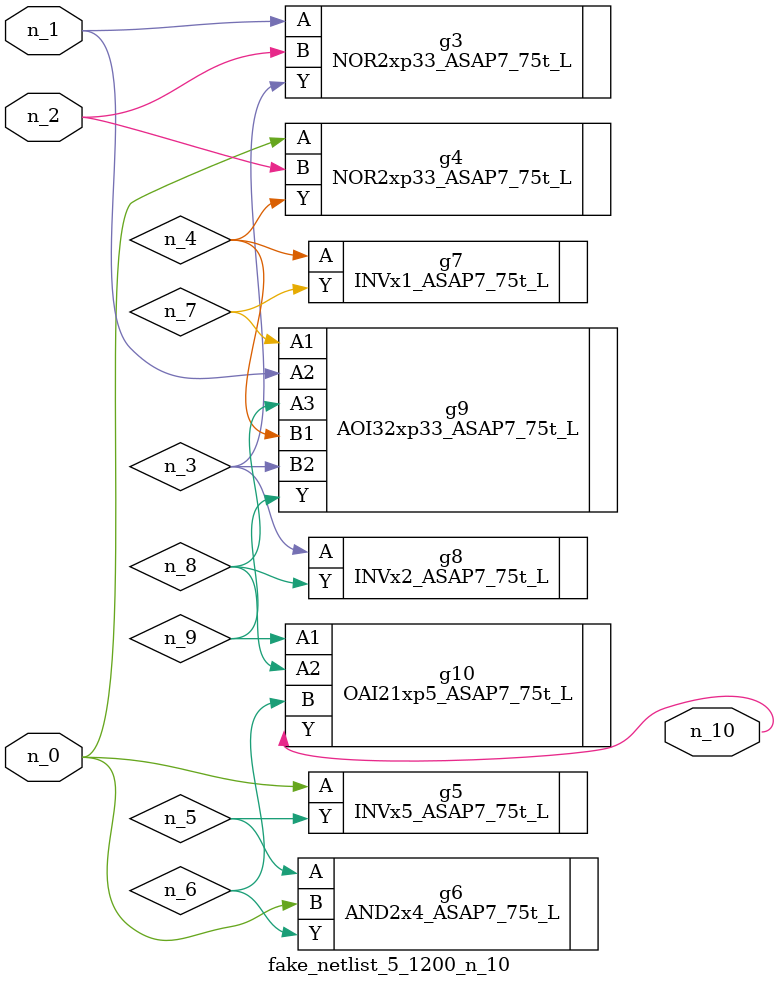
<source format=v>
module fake_netlist_5_1200_n_10 (n_1, n_2, n_0, n_10);

input n_1;
input n_2;
input n_0;

output n_10;

wire n_8;
wire n_5;
wire n_4;
wire n_9;
wire n_6;
wire n_3;
wire n_7;

NOR2xp33_ASAP7_75t_L g3 ( 
.A(n_1),
.B(n_2),
.Y(n_3)
);

NOR2xp33_ASAP7_75t_L g4 ( 
.A(n_0),
.B(n_2),
.Y(n_4)
);

INVx5_ASAP7_75t_L g5 ( 
.A(n_0),
.Y(n_5)
);

AND2x4_ASAP7_75t_L g6 ( 
.A(n_5),
.B(n_0),
.Y(n_6)
);

INVx1_ASAP7_75t_L g7 ( 
.A(n_4),
.Y(n_7)
);

INVx2_ASAP7_75t_L g8 ( 
.A(n_3),
.Y(n_8)
);

AOI32xp33_ASAP7_75t_L g9 ( 
.A1(n_7),
.A2(n_1),
.A3(n_8),
.B1(n_4),
.B2(n_3),
.Y(n_9)
);

OAI21xp5_ASAP7_75t_L g10 ( 
.A1(n_9),
.A2(n_8),
.B(n_6),
.Y(n_10)
);


endmodule
</source>
